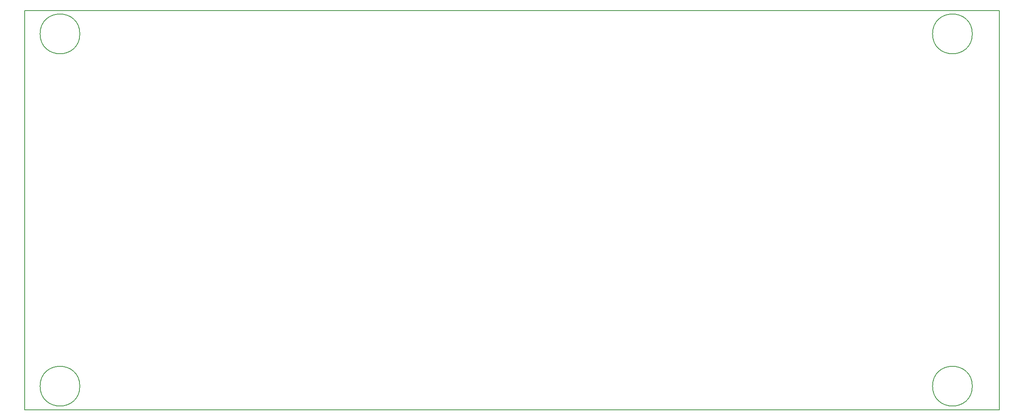
<source format=gbr>
%TF.GenerationSoftware,KiCad,Pcbnew,7.0.7*%
%TF.CreationDate,2023-09-21T13:51:13+02:00*%
%TF.ProjectId,GradientAmplifierFilter_V1,47726164-6965-46e7-9441-6d706c696669,rev?*%
%TF.SameCoordinates,Original*%
%TF.FileFunction,Profile,NP*%
%FSLAX46Y46*%
G04 Gerber Fmt 4.6, Leading zero omitted, Abs format (unit mm)*
G04 Created by KiCad (PCBNEW 7.0.7) date 2023-09-21 13:51:13*
%MOMM*%
%LPD*%
G01*
G04 APERTURE LIST*
%TA.AperFunction,Profile*%
%ADD10C,0.150000*%
%TD*%
G04 APERTURE END LIST*
D10*
X35560000Y-27940000D02*
X246380000Y-27940000D01*
X246380000Y-114300000D01*
X35560000Y-114300000D01*
X35560000Y-27940000D01*
X47480000Y-33020000D02*
G75*
G03*
X47480000Y-33020000I-4300000J0D01*
G01*
X240520000Y-109220000D02*
G75*
G03*
X240520000Y-109220000I-4300000J0D01*
G01*
X240520000Y-33020000D02*
G75*
G03*
X240520000Y-33020000I-4300000J0D01*
G01*
X47480000Y-109220000D02*
G75*
G03*
X47480000Y-109220000I-4300000J0D01*
G01*
M02*

</source>
